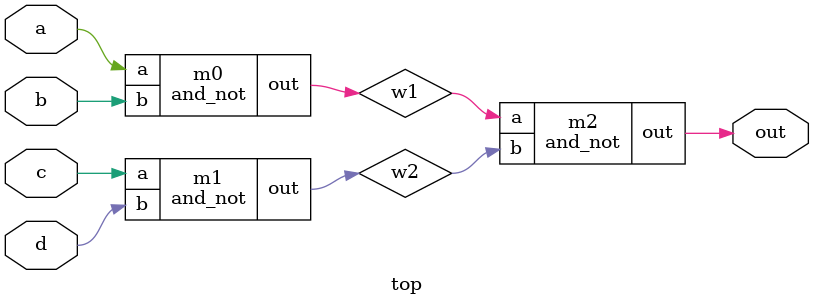
<source format=v>
module and_not(a, b, out);

input  a, b;
output out;

assign out = a & (~b);

endmodule

module top(a, b, c, d, out);

input a, b, c, d;
output out;

wire w1, w2;
and_not m0(a, b, w1);
and_not m1(c, d, w2);
and_not m2(w1, w2, out);


endmodule
</source>
